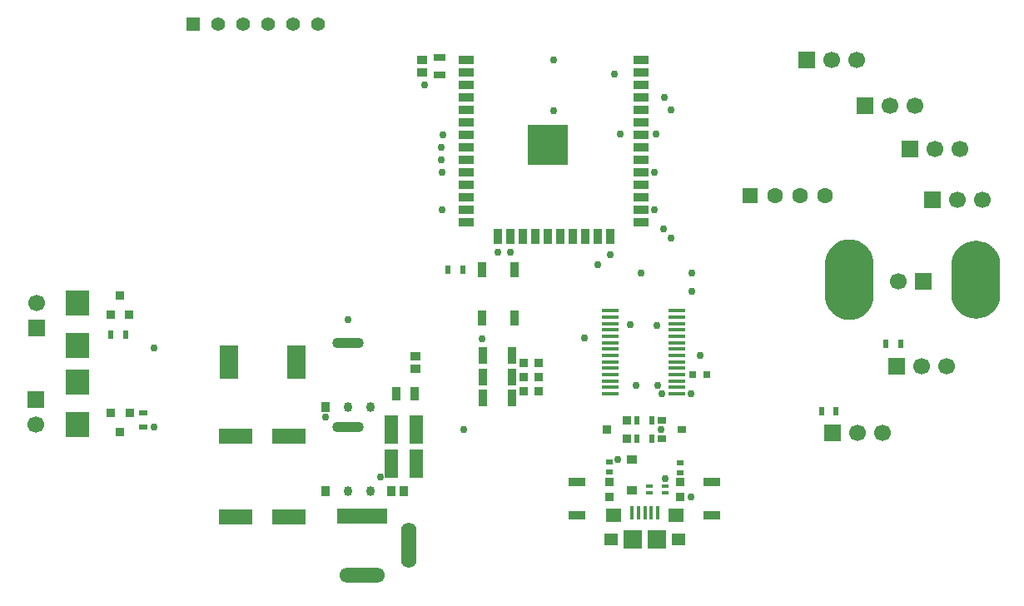
<source format=gts>
%FSLAX33Y33*%
%MOMM*%
%AMRect-W800000-H1700000-RO1.500*
21,1,0.8,1.7,0.,0.,90*%
%AMRect-W1752833-H382672-RO1.000*
21,1,1.752833,0.382672,0.,0.,180*%
%AMRR-H382672-W1752833-R191336-RO1.000*
21,1,1.370161,0.382672,0.,0.,180*
1,1,0.382672,0.6850805,-0.*
1,1,0.382672,-0.6850805,-0.*
1,1,0.382672,-0.6850805,0.*
1,1,0.382672,0.6850805,0.*%
%AMRect-W900000-H950000-RO0.500*
21,1,0.9,0.95,0.,0.,270*%
%AMRect-W600000-H1250000-RO0.500*
21,1,0.6,1.25,0.,0.,270*%
%AMRect-W400000-H700000-RO1.500*
21,1,0.4,0.7,0.,0.,90*%
%AMRect-W800000-H800000-RO0.500*
21,1,0.8,0.8,0.,0.,270*%
%AMRect-W900000-H800000-RO0.500*
21,1,0.9,0.8,0.,0.,270*%
%AMRect-W800000-H1700000-RO0.500*
21,1,0.8,1.7,0.,0.,270*%
%AMRect-W800000-H800000-RO1.500*
21,1,0.8,0.8,0.,0.,90*%
%AMRect-W854139-H954975-RO1.500*
21,1,0.854139,0.954975,0.,0.,90*%
%AMRect-W1004294-H872132-RO1.500*
21,1,1.004294,0.872132,0.,0.,90*%
%AMRR-H872132-W1004294-R436066-RO1.500*
21,1,0.132162,0.872132,0.,0.,90*
1,1,0.872132,-0.,-0.066081*
1,1,0.872132,-0.,0.066081*
1,1,0.872132,0.,0.066081*
1,1,0.872132,0.,-0.066081*%
%AMRR-H3182132-W1004294-R436066-RO1.500*
21,1,0.132162,3.182132,0.,0.,90*
21,1,1.004294,2.31,0.,0.,90*
1,1,0.872132,-1.155,-0.066081*
1,1,0.872132,-1.155,0.066081*
1,1,0.872132,1.155,0.066081*
1,1,0.872132,1.155,-0.066081*%
%AMRect-W800000-H800000-RO1.000*
21,1,0.8,0.8,0.,0.,180*%
%AMRect-W900000-H800000-RO1.500*
21,1,0.9,0.8,0.,0.,90*%
%AMRect-W500000-H900000-RO1.000*
21,1,0.5,0.9,0.,0.,180*%
%AMRect-W2500000-H2300000-RO0.500*
21,1,2.5,2.3,0.,0.,270*%
%AMRect-W1400000-H1400000-RO1.500*
21,1,1.4,1.4,0.,0.,90*%
%AMRect-W1700000-H1700000-RO1.000*
21,1,1.7,1.7,0.,0.,180*%
%AMRect-W2500000-H2300000-RO1.500*
21,1,2.5,2.3,0.,0.,90*%
%AMRect-W900000-H800000-RO1.000*
21,1,0.9,0.8,0.,0.,180*%
%AMRect-W1500000-H900000-RO1.500*
21,1,1.5,0.9,0.,0.,90*%
%AMRect-W900000-H1700000-RO1.000*
21,1,0.9,1.7,0.,0.,180*%
%AMRect-W500000-H600000-RO1.500*
21,1,0.5,0.6,0.,0.,90*%
%AMRect-W1700000-H1700000-RO1.500*
21,1,1.7,1.7,0.,0.,90*%
%AMRect-W1400000-H2800000-RO1.000*
21,1,1.4,2.8,0.,0.,180*%
%AMRect-W1600000-H5100000-RO0.500*
21,1,1.6,5.1,0.,0.,270*%
%AMRR-H4600000-W1600000-R800000-RO0.500*
21,1,1.6,3.,0.,0.,270*
1,1,1.6,1.5,0.*
1,1,1.6,1.5,-0.*
1,1,1.6,-1.5,-0.*
1,1,1.6,-1.5,0.*%
%AMRR-H4600000-W1600000-R800000-RO0.000*
21,1,1.6,3.,0.,0.,360*
1,1,1.6,0.,1.5*
1,1,1.6,0.,1.5*
1,1,1.6,0.,-1.5*
1,1,1.6,-0.,-1.5*%
%AMRect-W854139-H954975-RO1.000*
21,1,0.854139,0.954975,0.,0.,180*%
%AMRect-W1700000-H1700000-RO0.500*
21,1,1.7,1.7,0.,0.,270*%
%AMRect-W500000-H900000-RO1.500*
21,1,0.5,0.9,0.,0.,90*%
%ADD10C,0.0508*%
%ADD11C,0.75*%
%ADD12R,0.9X1.7*%
%ADD13R,1.7X1.7*%
%ADD14C,1.7*%
%ADD15Rect-W800000-H1700000-RO1.500*%
%ADD16Rect-W1752833-H382672-RO1.000*%
%ADD17RR-H382672-W1752833-R191336-RO1.000*%
%ADD18Rect-W900000-H950000-RO0.500*%
%ADD19Rect-W600000-H1250000-RO0.500*%
%ADD20Rect-W400000-H700000-RO1.500*%
%ADD21Rect-W800000-H800000-RO0.500*%
%ADD22Rect-W900000-H800000-RO0.500*%
%ADD23Rect-W800000-H1700000-RO0.500*%
%ADD24Rect-W800000-H800000-RO1.500*%
%ADD25Rect-W854139-H954975-RO1.500*%
%ADD26Rect-W1004294-H872132-RO1.500*%
%ADD27RR-H872132-W1004294-R436066-RO1.500*%
%ADD28RR-H3182132-W1004294-R436066-RO1.500*%
%ADD29R,0.7X0.7*%
%ADD30Rect-W800000-H800000-RO1.000*%
%ADD31Rect-W900000-H800000-RO1.500*%
%ADD32R,0.5X0.9*%
%ADD33Rect-W500000-H900000-RO1.000*%
%ADD34Rect-W2500000-H2300000-RO0.500*%
%ADD35R,1.96X3.39*%
%ADD36C,1.4*%
%ADD37Rect-W1400000-H1400000-RO1.500*%
%ADD38C,1.7*%
%ADD39Rect-W1700000-H1700000-RO1.000*%
%ADD40Rect-W2500000-H2300000-RO1.500*%
%ADD41Rect-W900000-H800000-RO1.000*%
%ADD42R,4.099999X4.099999*%
%ADD43R,0.9X1.5*%
%ADD44R,1.5X0.9*%
%ADD45R,0.9X0.8*%
%ADD46Rect-W1500000-H900000-RO1.500*%
%ADD47Rect-W900000-H1700000-RO1.000*%
%ADD48R,3.5X1.6*%
%ADD49R,1.6X1.6*%
%ADD50C,1.6*%
%ADD51Rect-W500000-H600000-RO1.500*%
%ADD52C,1.7*%
%ADD53Rect-W1700000-H1700000-RO1.500*%
%ADD54Rect-W1400000-H2800000-RO1.000*%
%ADD55Rect-W1600000-H5100000-RO0.500*%
%ADD56RR-H4600000-W1600000-R800000-RO0.500*%
%ADD57RR-H4600000-W1600000-R800000-RO0.000*%
%ADD58R,0.4X1.35*%
%ADD59R,1.6X1.4*%
%ADD60R,1.45X1.3*%
%ADD61R,1.9X1.9*%
%ADD62Rect-W854139-H954975-RO1.000*%
%ADD63C,1.7*%
%ADD64Rect-W1700000-H1700000-RO0.500*%
%ADD65Rect-W500000-H900000-RO1.500*%
%ADD66R,0.95X1.4*%
D10*
%LNpour fill*%
G01*
X-16666Y-5746D02*
X-16666Y-5746D01*
X-16256Y-5635*
X-15871Y-5456*
X-15522Y-5213*
X-15220Y-4914*
X-14973Y-4568*
X-14790Y-4184*
X-14675Y-3775*
X-14675Y-0025*
X-14762Y0350*
X-14907Y0706*
X-15107Y1036*
X-15355Y1329*
X-15647Y1581*
X-15974Y1783*
X-16330Y1931*
X-16704Y2021*
X-17087Y2051*
X-17471Y2021*
X-17845Y1931*
X-18201Y1783*
X-18528Y1581*
X-18820Y1329*
X-19068Y1036*
X-19268Y0706*
X-19413Y0350*
X-19500Y-0025*
X-19525Y-3800*
X-19406Y-4208*
X-19218Y-4590*
X-18968Y-4933*
X-18663Y-5229*
X-18312Y-5468*
X-17925Y-5644*
X-17513Y-5750*
X-17090Y-5785*
X-16666Y-5746*
X-17572Y-5735D02*
X-16626Y-5735D01*
X-17763Y-5686D02*
X-16443Y-5686D01*
X-17942Y-5636D02*
X-16259Y-5636D01*
X-18051Y-5587D02*
X-16152Y-5587D01*
X-18161Y-5537D02*
X-16045Y-5537D01*
X-18270Y-5488D02*
X-15939Y-5488D01*
X-18357Y-5438D02*
X-15845Y-5438D01*
X-18429Y-5389D02*
X-15774Y-5389D01*
X-18502Y-5339D02*
X-15703Y-5339D01*
X-18575Y-5290D02*
X-15632Y-5290D01*
X-18648Y-5240D02*
X-15560Y-5240D01*
X-18703Y-5191D02*
X-15499Y-5191D01*
X-18755Y-5141D02*
X-15449Y-5141D01*
X-18806Y-5092D02*
X-15399Y-5092D01*
X-18857Y-5042D02*
X-15349Y-5042D01*
X-18908Y-4993D02*
X-15299Y-4993D01*
X-18959Y-4943D02*
X-15249Y-4943D01*
X-18998Y-4893D02*
X-15205Y-4893D01*
X-19034Y-4844D02*
X-15170Y-4844D01*
X-19070Y-4794D02*
X-15134Y-4794D01*
X-19106Y-4745D02*
X-15099Y-4745D01*
X-19142Y-4695D02*
X-15064Y-4695D01*
X-19178Y-4646D02*
X-15029Y-4646D01*
X-19214Y-4596D02*
X-14994Y-4596D01*
X-19240Y-4547D02*
X-14963Y-4547D01*
X-19264Y-4497D02*
X-14940Y-4497D01*
X-19288Y-4448D02*
X-14916Y-4448D01*
X-19313Y-4398D02*
X-14892Y-4398D01*
X-19337Y-4349D02*
X-14868Y-4349D01*
X-19361Y-4299D02*
X-14845Y-4299D01*
X-19386Y-4250D02*
X-14821Y-4250D01*
X-19408Y-4200D02*
X-14797Y-4200D01*
X-19423Y-4151D02*
X-14780Y-4151D01*
X-19437Y-4101D02*
X-14767Y-4101D01*
X-19452Y-4051D02*
X-14753Y-4051D01*
X-19466Y-4002D02*
X-14739Y-4002D01*
X-19481Y-3952D02*
X-14725Y-3952D01*
X-19495Y-3903D02*
X-14711Y-3903D01*
X-19509Y-3853D02*
X-14697Y-3853D01*
X-19524Y-3804D02*
X-14683Y-3804D01*
X-19525Y-3754D02*
X-14675Y-3754D01*
X-19524Y-3705D02*
X-14675Y-3705D01*
X-19524Y-3655D02*
X-14675Y-3655D01*
X-19524Y-3606D02*
X-14675Y-3606D01*
X-19523Y-3556D02*
X-14675Y-3556D01*
X-19523Y-3507D02*
X-14675Y-3507D01*
X-19523Y-3457D02*
X-14675Y-3457D01*
X-19522Y-3408D02*
X-14675Y-3408D01*
X-19522Y-3358D02*
X-14675Y-3358D01*
X-19522Y-3309D02*
X-14675Y-3309D01*
X-19521Y-3259D02*
X-14675Y-3259D01*
X-19521Y-3209D02*
X-14675Y-3209D01*
X-19521Y-3160D02*
X-14675Y-3160D01*
X-19520Y-3110D02*
X-14675Y-3110D01*
X-19520Y-3061D02*
X-14675Y-3061D01*
X-19520Y-3011D02*
X-14675Y-3011D01*
X-19519Y-2962D02*
X-14675Y-2962D01*
X-19519Y-2912D02*
X-14675Y-2912D01*
X-19519Y-2863D02*
X-14675Y-2863D01*
X-19518Y-2813D02*
X-14675Y-2813D01*
X-19518Y-2764D02*
X-14675Y-2764D01*
X-19518Y-2714D02*
X-14675Y-2714D01*
X-19517Y-2665D02*
X-14675Y-2665D01*
X-19517Y-2615D02*
X-14675Y-2615D01*
X-19517Y-2566D02*
X-14675Y-2566D01*
X-19516Y-2516D02*
X-14675Y-2516D01*
X-19516Y-2467D02*
X-14675Y-2467D01*
X-19516Y-2417D02*
X-14675Y-2417D01*
X-19516Y-2367D02*
X-14675Y-2367D01*
X-19515Y-2318D02*
X-14675Y-2318D01*
X-19515Y-2268D02*
X-14675Y-2268D01*
X-19515Y-2219D02*
X-14675Y-2219D01*
X-19514Y-2169D02*
X-14675Y-2169D01*
X-19514Y-2120D02*
X-14675Y-2120D01*
X-19514Y-2070D02*
X-14675Y-2070D01*
X-19513Y-2021D02*
X-14675Y-2021D01*
X-19513Y-1971D02*
X-14675Y-1971D01*
X-19513Y-1922D02*
X-14675Y-1922D01*
X-19512Y-1872D02*
X-14675Y-1872D01*
X-19512Y-1823D02*
X-14675Y-1823D01*
X-19512Y-1773D02*
X-14675Y-1773D01*
X-19511Y-1724D02*
X-14675Y-1724D01*
X-19511Y-1674D02*
X-14675Y-1674D01*
X-19511Y-1624D02*
X-14675Y-1624D01*
X-19510Y-1575D02*
X-14675Y-1575D01*
X-19510Y-1525D02*
X-14675Y-1525D01*
X-19510Y-1476D02*
X-14675Y-1476D01*
X-19509Y-1426D02*
X-14675Y-1426D01*
X-19509Y-1377D02*
X-14675Y-1377D01*
X-19509Y-1327D02*
X-14675Y-1327D01*
X-19508Y-1278D02*
X-14675Y-1278D01*
X-19508Y-1228D02*
X-14675Y-1228D01*
X-19508Y-1179D02*
X-14675Y-1179D01*
X-19507Y-1129D02*
X-14675Y-1129D01*
X-19507Y-1080D02*
X-14675Y-1080D01*
X-19507Y-1030D02*
X-14675Y-1030D01*
X-19506Y-0981D02*
X-14675Y-0981D01*
X-19506Y-0931D02*
X-14675Y-0931D01*
X-19506Y-0882D02*
X-14675Y-0882D01*
X-19505Y-0832D02*
X-14675Y-0832D01*
X-19505Y-0782D02*
X-14675Y-0782D01*
X-19505Y-0733D02*
X-14675Y-0733D01*
X-19504Y-0683D02*
X-14675Y-0683D01*
X-19504Y-0634D02*
X-14675Y-0634D01*
X-19504Y-0584D02*
X-14675Y-0584D01*
X-19503Y-0535D02*
X-14675Y-0535D01*
X-19503Y-0485D02*
X-14675Y-0485D01*
X-19503Y-0436D02*
X-14675Y-0436D01*
X-19502Y-0386D02*
X-14675Y-0386D01*
X-19502Y-0337D02*
X-14675Y-0337D01*
X-19502Y-0287D02*
X-14675Y-0287D01*
X-19501Y-0238D02*
X-14675Y-0238D01*
X-19501Y-0188D02*
X-14675Y-0188D01*
X-19501Y-0139D02*
X-14675Y-0139D01*
X-19500Y-0089D02*
X-14675Y-0089D01*
X-19500Y-0040D02*
X-14675Y-0040D01*
X-19492Y0010D02*
X-14683Y0010D01*
X-19480Y0060D02*
X-14695Y0060D01*
X-19469Y0109D02*
X-14706Y0109D01*
X-19457Y0159D02*
X-14718Y0159D01*
X-19446Y0208D02*
X-14729Y0208D01*
X-19434Y0258D02*
X-14741Y0258D01*
X-19423Y0307D02*
X-14752Y0307D01*
X-19410Y0357D02*
X-14765Y0357D01*
X-19390Y0406D02*
X-14785Y0406D01*
X-19370Y0456D02*
X-14805Y0456D01*
X-19350Y0505D02*
X-14825Y0505D01*
X-19330Y0555D02*
X-14845Y0555D01*
X-19309Y0604D02*
X-14866Y0604D01*
X-19289Y0654D02*
X-14886Y0654D01*
X-19269Y0703D02*
X-14906Y0703D01*
X-19240Y0753D02*
X-14935Y0753D01*
X-19210Y0802D02*
X-14965Y0802D01*
X-19180Y0852D02*
X-14995Y0852D01*
X-19150Y0902D02*
X-15025Y0902D01*
X-19120Y0951D02*
X-15055Y0951D01*
X-19090Y1001D02*
X-15085Y1001D01*
X-19056Y1050D02*
X-15119Y1050D01*
X-19015Y1100D02*
X-15160Y1100D01*
X-18973Y1149D02*
X-15202Y1149D01*
X-18931Y1199D02*
X-15244Y1199D01*
X-18889Y1248D02*
X-15286Y1248D01*
X-18847Y1298D02*
X-15328Y1298D01*
X-18799Y1347D02*
X-15376Y1347D01*
X-18742Y1397D02*
X-15433Y1397D01*
X-18684Y1446D02*
X-15491Y1446D01*
X-18627Y1496D02*
X-15548Y1496D01*
X-18569Y1545D02*
X-15606Y1545D01*
X-18505Y1595D02*
X-15670Y1595D01*
X-18425Y1644D02*
X-15750Y1644D01*
X-18345Y1694D02*
X-15830Y1694D01*
X-18264Y1744D02*
X-15911Y1744D01*
X-18176Y1793D02*
X-15999Y1793D01*
X-18057Y1843D02*
X-16118Y1843D01*
X-17938Y1892D02*
X-16237Y1892D01*
X-17801Y1942D02*
X-16374Y1942D01*
X-17595Y1991D02*
X-16580Y1991D01*
X-17225Y2041D02*
X-16950Y2041D01*
%LNpour fill*%
X-29602Y-5872D02*
X-29602Y-5872D01*
X-29227Y-5783*
X-28871Y-5636*
X-28543Y-5434*
X-28251Y-5182*
X-28003Y-4888*
X-27804Y-4558*
X-27661Y-4201*
X-27575Y-3825*
X-27575Y0025*
X-27651Y0411*
X-27788Y0780*
X-27984Y1121*
X-28232Y1427*
X-28527Y1687*
X-28860Y1897*
X-29222Y2049*
X-29605Y2141*
X-29998Y2169*
X-30389Y2132*
X-30770Y2033*
X-31130Y1873*
X-31458Y1657*
X-31747Y1390*
X-31989Y1080*
X-32178Y0734*
X-32307Y0363*
X-32375Y-0025*
X-32375Y-3800*
X-32293Y-4176*
X-32153Y-4535*
X-31958Y-4867*
X-31713Y-5164*
X-31424Y-5419*
X-31098Y-5624*
X-30743Y-5775*
X-30370Y-5868*
X-29986Y-5901*
X-29602Y-5872*
X-30438Y-5852D02*
X-29514Y-5852D01*
X-30637Y-5802D02*
X-29306Y-5802D01*
X-30797Y-5753D02*
X-29152Y-5753D01*
X-30913Y-5703D02*
X-29033Y-5703D01*
X-31030Y-5654D02*
X-28913Y-5654D01*
X-31130Y-5604D02*
X-28819Y-5604D01*
X-31209Y-5554D02*
X-28739Y-5554D01*
X-31288Y-5505D02*
X-28658Y-5505D01*
X-31366Y-5455D02*
X-28578Y-5455D01*
X-31439Y-5406D02*
X-28510Y-5406D01*
X-31495Y-5356D02*
X-28453Y-5356D01*
X-31551Y-5307D02*
X-28395Y-5307D01*
X-31608Y-5257D02*
X-28338Y-5257D01*
X-31664Y-5208D02*
X-28280Y-5208D01*
X-31718Y-5158D02*
X-28230Y-5158D01*
X-31759Y-5109D02*
X-28189Y-5109D01*
X-31800Y-5059D02*
X-28147Y-5059D01*
X-31841Y-5010D02*
X-28105Y-5010D01*
X-31882Y-4960D02*
X-28063Y-4960D01*
X-31923Y-4911D02*
X-28022Y-4911D01*
X-31962Y-4861D02*
X-27986Y-4861D01*
X-31991Y-4812D02*
X-27957Y-4812D01*
X-32020Y-4762D02*
X-27927Y-4762D01*
X-32050Y-4712D02*
X-27897Y-4712D01*
X-32079Y-4663D02*
X-27867Y-4663D01*
X-32108Y-4613D02*
X-27837Y-4613D01*
X-32137Y-4564D02*
X-27808Y-4564D01*
X-32162Y-4514D02*
X-27786Y-4514D01*
X-32181Y-4465D02*
X-27767Y-4465D01*
X-32200Y-4415D02*
X-27747Y-4415D01*
X-32220Y-4366D02*
X-27727Y-4366D01*
X-32239Y-4316D02*
X-27707Y-4316D01*
X-32258Y-4267D02*
X-27687Y-4267D01*
X-32278Y-4217D02*
X-27667Y-4217D01*
X-32296Y-4168D02*
X-27653Y-4168D01*
X-32306Y-4118D02*
X-27642Y-4118D01*
X-32317Y-4069D02*
X-27630Y-4069D01*
X-32328Y-4019D02*
X-27619Y-4019D01*
X-32338Y-3970D02*
X-27608Y-3970D01*
X-32349Y-3920D02*
X-27597Y-3920D01*
X-32360Y-3870D02*
X-27585Y-3870D01*
X-32370Y-3821D02*
X-27575Y-3821D01*
X-32375Y-3771D02*
X-27575Y-3771D01*
X-32375Y-3722D02*
X-27575Y-3722D01*
X-32375Y-3672D02*
X-27575Y-3672D01*
X-32375Y-3623D02*
X-27575Y-3623D01*
X-32375Y-3573D02*
X-27575Y-3573D01*
X-32375Y-3524D02*
X-27575Y-3524D01*
X-32375Y-3474D02*
X-27575Y-3474D01*
X-32375Y-3425D02*
X-27575Y-3425D01*
X-32375Y-3375D02*
X-27575Y-3375D01*
X-32375Y-3326D02*
X-27575Y-3326D01*
X-32375Y-3276D02*
X-27575Y-3276D01*
X-32375Y-3227D02*
X-27575Y-3227D01*
X-32375Y-3177D02*
X-27575Y-3177D01*
X-32375Y-3128D02*
X-27575Y-3128D01*
X-32375Y-3078D02*
X-27575Y-3078D01*
X-32375Y-3028D02*
X-27575Y-3028D01*
X-32375Y-2979D02*
X-27575Y-2979D01*
X-32375Y-2929D02*
X-27575Y-2929D01*
X-32375Y-2880D02*
X-27575Y-2880D01*
X-32375Y-2830D02*
X-27575Y-2830D01*
X-32375Y-2781D02*
X-27575Y-2781D01*
X-32375Y-2731D02*
X-27575Y-2731D01*
X-32375Y-2682D02*
X-27575Y-2682D01*
X-32375Y-2632D02*
X-27575Y-2632D01*
X-32375Y-2583D02*
X-27575Y-2583D01*
X-32375Y-2533D02*
X-27575Y-2533D01*
X-32375Y-2484D02*
X-27575Y-2484D01*
X-32375Y-2434D02*
X-27575Y-2434D01*
X-32375Y-2385D02*
X-27575Y-2385D01*
X-32375Y-2335D02*
X-27575Y-2335D01*
X-32375Y-2285D02*
X-27575Y-2285D01*
X-32375Y-2236D02*
X-27575Y-2236D01*
X-32375Y-2186D02*
X-27575Y-2186D01*
X-32375Y-2137D02*
X-27575Y-2137D01*
X-32375Y-2087D02*
X-27575Y-2087D01*
X-32375Y-2038D02*
X-27575Y-2038D01*
X-32375Y-1988D02*
X-27575Y-1988D01*
X-32375Y-1939D02*
X-27575Y-1939D01*
X-32375Y-1889D02*
X-27575Y-1889D01*
X-32375Y-1840D02*
X-27575Y-1840D01*
X-32375Y-1790D02*
X-27575Y-1790D01*
X-32375Y-1741D02*
X-27575Y-1741D01*
X-32375Y-1691D02*
X-27575Y-1691D01*
X-32375Y-1642D02*
X-27575Y-1642D01*
X-32375Y-1592D02*
X-27575Y-1592D01*
X-32375Y-1543D02*
X-27575Y-1543D01*
X-32375Y-1493D02*
X-27575Y-1493D01*
X-32375Y-1443D02*
X-27575Y-1443D01*
X-32375Y-1394D02*
X-27575Y-1394D01*
X-32375Y-1344D02*
X-27575Y-1344D01*
X-32375Y-1295D02*
X-27575Y-1295D01*
X-32375Y-1245D02*
X-27575Y-1245D01*
X-32375Y-1196D02*
X-27575Y-1196D01*
X-32375Y-1146D02*
X-27575Y-1146D01*
X-32375Y-1097D02*
X-27575Y-1097D01*
X-32375Y-1047D02*
X-27575Y-1047D01*
X-32375Y-0998D02*
X-27575Y-0998D01*
X-32375Y-0948D02*
X-27575Y-0948D01*
X-32375Y-0899D02*
X-27575Y-0899D01*
X-32375Y-0849D02*
X-27575Y-0849D01*
X-32375Y-0800D02*
X-27575Y-0800D01*
X-32375Y-0750D02*
X-27575Y-0750D01*
X-32375Y-0701D02*
X-27575Y-0701D01*
X-32375Y-0651D02*
X-27575Y-0651D01*
X-32375Y-0601D02*
X-27575Y-0601D01*
X-32375Y-0552D02*
X-27575Y-0552D01*
X-32375Y-0502D02*
X-27575Y-0502D01*
X-32375Y-0453D02*
X-27575Y-0453D01*
X-32375Y-0403D02*
X-27575Y-0403D01*
X-32375Y-0354D02*
X-27575Y-0354D01*
X-32375Y-0304D02*
X-27575Y-0304D01*
X-32375Y-0255D02*
X-27575Y-0255D01*
X-32375Y-0205D02*
X-27575Y-0205D01*
X-32375Y-0156D02*
X-27575Y-0156D01*
X-32375Y-0106D02*
X-27575Y-0106D01*
X-32375Y-0057D02*
X-27575Y-0057D01*
X-32372Y-0007D02*
X-27575Y-0007D01*
X-32363Y0042D02*
X-27578Y0042D01*
X-32355Y0092D02*
X-27588Y0092D01*
X-32346Y0141D02*
X-27598Y0141D01*
X-32337Y0191D02*
X-27607Y0191D01*
X-32329Y0241D02*
X-27617Y0241D01*
X-32320Y0290D02*
X-27627Y0290D01*
X-32312Y0340D02*
X-27637Y0340D01*
X-32298Y0389D02*
X-27646Y0389D01*
X-32281Y0439D02*
X-27661Y0439D01*
X-32264Y0488D02*
X-27679Y0488D01*
X-32246Y0538D02*
X-27698Y0538D01*
X-32229Y0587D02*
X-27716Y0587D01*
X-32212Y0637D02*
X-27735Y0637D01*
X-32195Y0686D02*
X-27753Y0686D01*
X-32177Y0736D02*
X-27771Y0736D01*
X-32150Y0785D02*
X-27791Y0785D01*
X-32123Y0835D02*
X-27819Y0835D01*
X-32096Y0884D02*
X-27848Y0884D01*
X-32069Y0934D02*
X-27876Y0934D01*
X-32042Y0983D02*
X-27904Y0983D01*
X-32015Y1033D02*
X-27933Y1033D01*
X-31988Y1083D02*
X-27961Y1083D01*
X-31949Y1132D02*
X-27992Y1132D01*
X-31910Y1182D02*
X-28032Y1182D01*
X-31872Y1231D02*
X-28072Y1231D01*
X-31833Y1281D02*
X-28113Y1281D01*
X-31794Y1330D02*
X-28153Y1330D01*
X-31756Y1380D02*
X-28193Y1380D01*
X-31705Y1429D02*
X-28234Y1429D01*
X-31652Y1479D02*
X-28290Y1479D01*
X-31598Y1528D02*
X-28346Y1528D01*
X-31544Y1578D02*
X-28402Y1578D01*
X-31491Y1627D02*
X-28458Y1627D01*
X-31428Y1677D02*
X-28514Y1677D01*
X-31353Y1726D02*
X-28588Y1726D01*
X-31278Y1776D02*
X-28667Y1776D01*
X-31202Y1825D02*
X-28746Y1825D01*
X-31126Y1875D02*
X-28825Y1875D01*
X-31015Y1925D02*
X-28925Y1925D01*
X-30903Y1974D02*
X-29043Y1974D01*
X-30792Y2024D02*
X-29161Y2024D01*
X-30618Y2073D02*
X-29321Y2073D01*
X-30428Y2123D02*
X-29529Y2123D01*
%LNtop solder mask_traces*%
D11*
X-51125Y-1200D03*
X-69150Y-17125D03*
X-83190Y-15900D03*
X-67275Y-7925D03*
X-77575Y-22000D03*
X-100625Y-16930D03*
X-48825Y3275D03*
X-49755Y5185D03*
X-52250Y-6466D03*
X-100625Y-8850D03*
X-46000Y-13500D03*
X-71350Y5235D03*
X-80900Y-5950D03*
X-65685Y0850D03*
X-49780Y8995D03*
X-60025Y15300D03*
X-71275Y12805D03*
X-54255Y0625D03*
X-51625Y-12659D03*
X-53225Y12900D03*
X-53825Y19005D03*
X-55525Y-0400D03*
X-60000Y20425D03*
X-71400Y10265D03*
X-53450Y-20200D03*
X-48050Y15325D03*
X-71400Y11535D03*
X-49550Y12900D03*
X-45975Y-1250D03*
X-48775Y16615D03*
X-49025Y-13500D03*
X-49525Y-6541D03*
X-48075Y2300D03*
X-48700Y-22100D03*
X-71350Y8995D03*
X-64425Y0850D03*
X-56900Y-7841D03*
X-49050Y-17150D03*
X-45975Y-3050D03*
X-46025Y-24000D03*
X-45100Y-9600D03*
X-73100Y17875D03*
X-49425Y-12659D03*
%LNtop solder mask component 0482f48a0a855ddf*%
D12*
X-67175Y-9650D03*
X-64275Y-9650D03*
%LNtop solder mask component 41b9db879265162a*%
D13*
X-28340Y15800D03*
D14*
X-25800Y15800D03*
X-23260Y15800D03*
%LNtop solder mask component 6813cacbefd1e2b9*%
D15*
X-43925Y-25900D03*
X-43925Y-22500D03*
%LNtop solder mask component 3db6a5b20525de24*%
D16*
X-47475Y-13500D03*
D17*
X-47475Y-12850D03*
X-47475Y-12200D03*
X-47475Y-11550D03*
X-47475Y-10900D03*
X-47475Y-10250D03*
X-47475Y-9600D03*
X-47475Y-8950D03*
X-47475Y-8300D03*
X-47475Y-7650D03*
X-47475Y-7000D03*
X-47475Y-6350D03*
X-47475Y-5700D03*
X-47475Y-5050D03*
X-54225Y-5050D03*
X-54225Y-5700D03*
X-54225Y-6350D03*
X-54225Y-7000D03*
X-54225Y-7650D03*
X-54225Y-8300D03*
X-54225Y-8950D03*
X-54225Y-9600D03*
X-54225Y-10250D03*
X-54225Y-10900D03*
X-54225Y-11550D03*
X-54225Y-12200D03*
X-54225Y-12850D03*
X-54225Y-13500D03*
%LNtop solder mask component e5f8c1f535fec6ea*%
D18*
X-52025Y-20200D03*
X-52025Y-23350D03*
%LNtop solder mask component 252a53037974c115*%
D19*
X-71575Y20705D03*
X-71575Y18905D03*
%LNtop solder mask component fe80ee474570cac8*%
D20*
X-48700Y-23600D03*
X-48700Y-22900D03*
%LNtop solder mask component 10b1d0880790c1b8*%
D21*
X-54325Y-22500D03*
X-54325Y-24000D03*
%LNtop solder mask component 7dfbba8ca001c3b6*%
D22*
X-103125Y-15430D03*
X-105025Y-15430D03*
X-104075Y-17430D03*
%LNtop solder mask component 874acaaaf3958b77*%
D23*
X-57675Y-22500D03*
X-57675Y-25900D03*
%LNtop solder mask component e8ebb05cec54ac0d*%
D24*
X-47125Y-24000D03*
X-47125Y-22500D03*
%LNtop solder mask component c153c2d1b3039095*%
D25*
X-74048Y-10973D03*
X-74048Y-9672D03*
%LNtop solder mask component e17a0e78ec20d950*%
D26*
X-83190Y-14895D03*
D27*
X-80900Y-14895D03*
X-78610Y-14895D03*
D28*
X-80900Y-8305D03*
%LNtop solder mask component 2322a58d1cfe3815*%
D29*
X-45850Y-11550D03*
X-44450Y-11550D03*
%LNtop solder mask component 69f7728837d07548*%
D30*
X-61550Y-13225D03*
X-63050Y-13225D03*
%LNtop solder mask component ccbb334a3726f3a3*%
D31*
X-105050Y-5500D03*
X-103150Y-5500D03*
X-104100Y-3500D03*
%LNtop solder mask component cb29e8d30bbfcf00*%
D32*
X-51550Y-16200D03*
X-50050Y-16200D03*
%LNtop solder mask component aa286b59c486b578*%
D13*
X-21440Y6200D03*
D14*
X-18900Y6200D03*
X-16360Y6200D03*
%LNtop solder mask component cdd3a1667d55a24f*%
D33*
X-24730Y-8450D03*
X-26230Y-8450D03*
%LNtop solder mask component 9bccb15b690cf48e*%
X-31265Y-15300D03*
X-32765Y-15300D03*
%LNtop solder mask component e0f57ae9b30cb9e8*%
D34*
X-108400Y-12330D03*
X-108400Y-16630D03*
%LNtop solder mask component e1627baf1bdf1fe8*%
D20*
X-50250Y-23600D03*
X-50250Y-22900D03*
%LNtop solder mask component 56bb46b189b3895e*%
D33*
X-103550Y-7475D03*
X-105050Y-7475D03*
%LNtop solder mask component 9fbc797a11fedfa8*%
D25*
X-73350Y19155D03*
X-73350Y20456D03*
%LNtop solder mask component 1b8a31d8bfee9382*%
D35*
X-93005Y-10325D03*
X-86195Y-10325D03*
%LNtop solder mask component 4c982ed5264ea73b*%
D33*
X-50050Y-18100D03*
X-51550Y-18100D03*
%LNtop solder mask component 54130f40f4e52950*%
D13*
X-34270Y20425D03*
D14*
X-31730Y20425D03*
X-29190Y20425D03*
%LNtop solder mask component 1ba162ace44450bd*%
D36*
X-94135Y24125D03*
X-91595Y24125D03*
X-89055Y24125D03*
X-86515Y24125D03*
X-83975Y24125D03*
D37*
X-96675Y24125D03*
%LNtop solder mask component 0948399de430e016*%
D38*
X-24970Y-2050D03*
D39*
X-22430Y-2050D03*
%LNtop solder mask component 10c78444f405e5b2*%
D26*
X-83215Y-23445D03*
D27*
X-80925Y-23445D03*
X-78635Y-23445D03*
D28*
X-80925Y-16855D03*
%LNtop solder mask component 0d00b0983ae96748*%
D13*
X-25130Y-10675D03*
D14*
X-22590Y-10675D03*
X-20050Y-10675D03*
%LNtop solder mask component 33150007373fcac5*%
D40*
X-108400Y-8600D03*
X-108400Y-4300D03*
%LNtop solder mask component b82c1ab224868cec*%
D41*
X-52575Y-18100D03*
X-52575Y-16200D03*
X-54575Y-17150D03*
%LNtop solder mask component 90b1addd98e51485*%
D42*
X-60625Y11775D03*
D43*
X-65685Y2525D03*
X-64415Y2525D03*
X-63145Y2525D03*
X-61875Y2525D03*
X-60605Y2525D03*
X-59335Y2525D03*
X-58065Y2525D03*
X-56795Y2525D03*
X-55525Y2525D03*
X-54255Y2525D03*
D44*
X-68875Y20425D03*
X-68875Y19155D03*
X-68875Y17885D03*
X-68875Y16615D03*
X-68875Y15345D03*
X-68875Y14075D03*
X-68875Y12805D03*
X-68875Y11535D03*
X-68875Y10265D03*
X-68875Y8995D03*
X-68875Y7725D03*
X-68875Y6455D03*
X-68875Y5185D03*
X-68875Y3915D03*
X-51075Y3915D03*
X-51075Y5185D03*
X-51075Y6455D03*
X-51075Y7725D03*
X-51075Y8995D03*
X-51075Y10265D03*
X-51075Y11535D03*
X-51075Y12805D03*
X-51075Y14075D03*
X-51075Y15345D03*
X-51075Y16615D03*
X-51075Y17885D03*
X-51075Y19155D03*
X-51075Y20425D03*
%LNtop solder mask component cea296ead8353e7d*%
D45*
X-48975Y-16200D03*
X-48975Y-18100D03*
X-46975Y-17150D03*
%LNtop solder mask component 3f845e058fdd5e1f*%
D32*
X-70725Y-0925D03*
X-69225Y-0925D03*
%LNtop solder mask component 707d07d50a841e56*%
D46*
X-67275Y-5825D03*
X-63975Y-5825D03*
X-63975Y-0925D03*
X-67275Y-0925D03*
%LNtop solder mask component ff541e940e5d7fe4*%
D47*
X-64275Y-11800D03*
X-67175Y-11800D03*
%LNtop solder mask component d0480286b2d570aa*%
D48*
X-92325Y-17800D03*
X-86925Y-17800D03*
%LNtop solder mask component 47b0c5916d82fa2f*%
D49*
X-40060Y6650D03*
D50*
X-37520Y6650D03*
X-34980Y6650D03*
X-32440Y6650D03*
%LNtop solder mask component 572823f635f88fe9*%
D51*
X-54325Y-21450D03*
X-54325Y-20450D03*
%LNtop solder mask component cdbf310ff226334c*%
D30*
X-61550Y-10375D03*
X-63050Y-10375D03*
%LNtop solder mask component 5bd49bef55a165bf*%
D52*
X-112600Y-4300D03*
D53*
X-112600Y-6840D03*
%LNtop solder mask component 498e91e107611f94*%
D54*
X-73950Y-17125D03*
X-76550Y-17125D03*
%LNtop solder mask component b53fcbc86ee9c919*%
D48*
X-92325Y-26050D03*
X-86925Y-26050D03*
%LNtop solder mask component 07d7061eb338d36e*%
D55*
X-79475Y-25925D03*
D56*
X-79475Y-31925D03*
D57*
X-74775Y-28925D03*
%LNtop solder mask component 9535f7950e9c5dc2*%
D54*
X-73950Y-20600D03*
X-76550Y-20600D03*
%LNtop solder mask component 56c081ad7e014188*%
D47*
X-64275Y-13950D03*
X-67175Y-13950D03*
%LNtop solder mask component ca64192462e6d2e1*%
D13*
X-23790Y11400D03*
D14*
X-21250Y11400D03*
X-18710Y11400D03*
%LNtop solder mask component c598bdc0c98843fc*%
D58*
X-52025Y-25650D03*
X-51375Y-25650D03*
X-50725Y-25650D03*
X-50075Y-25650D03*
X-49425Y-25650D03*
D59*
X-53925Y-25875D03*
X-47525Y-25875D03*
D60*
X-54150Y-28325D03*
X-47300Y-28325D03*
D61*
X-51925Y-28325D03*
X-49525Y-28325D03*
%LNtop solder mask component fb931288130509ae*%
D13*
X-31665Y-17525D03*
D14*
X-29125Y-17525D03*
X-26585Y-17525D03*
%LNtop solder mask component 081f6af8756ef78d*%
D62*
X-75202Y-23420D03*
X-76503Y-23420D03*
%LNtop solder mask component 0e613b1f698022c6*%
D63*
X-112625Y-16620D03*
D64*
X-112625Y-14080D03*
%LNtop solder mask component 7e470e73fc1de78b*%
D51*
X-47125Y-21550D03*
X-47125Y-20550D03*
%LNtop solder mask component 7cb94848dd239724*%
D65*
X-101775Y-16930D03*
X-101775Y-15430D03*
%LNtop solder mask component d00ebfb179eb73d3*%
D66*
X-75977Y-13475D03*
X-74127Y-13475D03*
%LNtop solder mask component 9fb37c9d45968661*%
D30*
X-61550Y-11800D03*
X-63050Y-11800D03*
M02*
</source>
